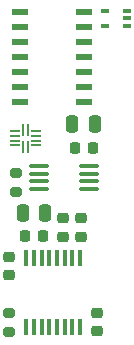
<source format=gbr>
%TF.GenerationSoftware,KiCad,Pcbnew,9.0.2*%
%TF.CreationDate,2025-07-02T23:55:56-04:00*%
%TF.ProjectId,strain-gauge,73747261-696e-42d6-9761-7567652e6b69,rev?*%
%TF.SameCoordinates,Original*%
%TF.FileFunction,Paste,Top*%
%TF.FilePolarity,Positive*%
%FSLAX46Y46*%
G04 Gerber Fmt 4.6, Leading zero omitted, Abs format (unit mm)*
G04 Created by KiCad (PCBNEW 9.0.2) date 2025-07-02 23:55:56*
%MOMM*%
%LPD*%
G01*
G04 APERTURE LIST*
G04 Aperture macros list*
%AMRoundRect*
0 Rectangle with rounded corners*
0 $1 Rounding radius*
0 $2 $3 $4 $5 $6 $7 $8 $9 X,Y pos of 4 corners*
0 Add a 4 corners polygon primitive as box body*
4,1,4,$2,$3,$4,$5,$6,$7,$8,$9,$2,$3,0*
0 Add four circle primitives for the rounded corners*
1,1,$1+$1,$2,$3*
1,1,$1+$1,$4,$5*
1,1,$1+$1,$6,$7*
1,1,$1+$1,$8,$9*
0 Add four rect primitives between the rounded corners*
20,1,$1+$1,$2,$3,$4,$5,0*
20,1,$1+$1,$4,$5,$6,$7,0*
20,1,$1+$1,$6,$7,$8,$9,0*
20,1,$1+$1,$8,$9,$2,$3,0*%
G04 Aperture macros list end*
%ADD10RoundRect,0.250000X-0.250000X-0.475000X0.250000X-0.475000X0.250000X0.475000X-0.250000X0.475000X0*%
%ADD11RoundRect,0.100000X-0.712500X-0.100000X0.712500X-0.100000X0.712500X0.100000X-0.712500X0.100000X0*%
%ADD12RoundRect,0.225000X-0.225000X-0.250000X0.225000X-0.250000X0.225000X0.250000X-0.225000X0.250000X0*%
%ADD13R,0.355600X1.473200*%
%ADD14RoundRect,0.225000X0.250000X-0.225000X0.250000X0.225000X-0.250000X0.225000X-0.250000X-0.225000X0*%
%ADD15RoundRect,0.225000X-0.250000X0.225000X-0.250000X-0.225000X0.250000X-0.225000X0.250000X0.225000X0*%
%ADD16RoundRect,0.200000X-0.275000X0.200000X-0.275000X-0.200000X0.275000X-0.200000X0.275000X0.200000X0*%
%ADD17RoundRect,0.050000X-0.050000X0.475000X-0.050000X-0.475000X0.050000X-0.475000X0.050000X0.475000X0*%
%ADD18RoundRect,0.050000X-0.337500X0.050000X-0.337500X-0.050000X0.337500X-0.050000X0.337500X0.050000X0*%
%ADD19RoundRect,0.100000X0.225000X0.100000X-0.225000X0.100000X-0.225000X-0.100000X0.225000X-0.100000X0*%
%ADD20R,1.460500X0.558800*%
G04 APERTURE END LIST*
D10*
%TO.C,C1*%
X91577056Y-100750000D03*
X89677056Y-100750000D03*
%TD*%
D11*
%TO.C,U5*%
X91025000Y-96800000D03*
X91025000Y-97450000D03*
X91025000Y-98100000D03*
X91025000Y-98750000D03*
X95250000Y-98750000D03*
X95250000Y-98100000D03*
X95250000Y-97450000D03*
X95250000Y-96800000D03*
%TD*%
D12*
%TO.C,C7*%
X94062500Y-95275000D03*
X95612500Y-95275000D03*
%TD*%
D13*
%TO.C,U1*%
X94524999Y-104579000D03*
X93875001Y-104579000D03*
X93224999Y-104579000D03*
X92575001Y-104579000D03*
X91925002Y-104579000D03*
X91275001Y-104579000D03*
X90625002Y-104579000D03*
X89975001Y-104579000D03*
X89975001Y-110421000D03*
X90624999Y-110421000D03*
X91275001Y-110421000D03*
X91924999Y-110421000D03*
X92574998Y-110421000D03*
X93224999Y-110421000D03*
X93874998Y-110421000D03*
X94524999Y-110421000D03*
%TD*%
D12*
%TO.C,C2*%
X89852056Y-102750000D03*
X91402056Y-102750000D03*
%TD*%
D14*
%TO.C,C4*%
X94652056Y-102775000D03*
X94652056Y-101225000D03*
%TD*%
D15*
%TO.C,C6*%
X96000000Y-109225000D03*
X96000000Y-110775000D03*
%TD*%
D16*
%TO.C,R2*%
X88500000Y-109200000D03*
X88500000Y-110850000D03*
%TD*%
D17*
%TO.C,U2*%
X90107935Y-93700565D03*
X89707935Y-93700565D03*
D18*
X89020435Y-93850565D03*
X89020435Y-94250565D03*
X89020435Y-94650565D03*
X89020435Y-95050565D03*
D17*
X89707935Y-95200565D03*
X90107935Y-95200565D03*
D18*
X90795435Y-95050565D03*
X90795435Y-94650565D03*
X90795435Y-94250565D03*
X90795435Y-93850565D03*
%TD*%
D19*
%TO.C,U4*%
X98510000Y-84950000D03*
X98510000Y-84300000D03*
X98510000Y-83650000D03*
X96610000Y-83650000D03*
X96610000Y-84950000D03*
%TD*%
D14*
%TO.C,C3*%
X93102056Y-102775000D03*
X93102056Y-101225000D03*
%TD*%
%TO.C,C5*%
X88500000Y-106025000D03*
X88500000Y-104475000D03*
%TD*%
D20*
%TO.C,U3*%
X89435850Y-83730000D03*
X89435850Y-85000000D03*
X89435850Y-86270000D03*
X89435850Y-87540000D03*
X89435850Y-88810000D03*
X89435850Y-90080000D03*
X89435850Y-91350000D03*
X94884150Y-91350000D03*
X94884150Y-90080000D03*
X94884150Y-88810000D03*
X94884150Y-87540000D03*
X94884150Y-86270000D03*
X94884150Y-85000000D03*
X94884150Y-83730000D03*
%TD*%
D16*
%TO.C,R1*%
X89148559Y-97346649D03*
X89148559Y-98996649D03*
%TD*%
D10*
%TO.C,C8*%
X93887500Y-93275000D03*
X95787500Y-93275000D03*
%TD*%
M02*

</source>
